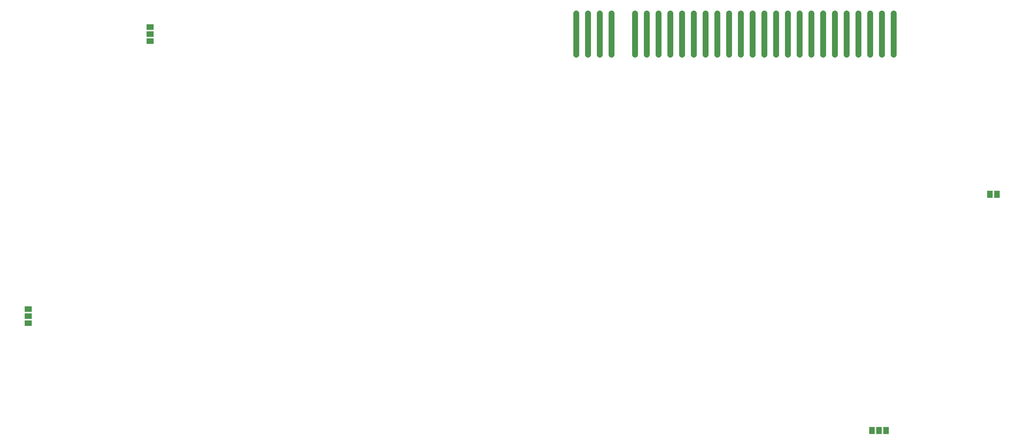
<source format=gtp>
G75*
%MOIN*%
%OFA0B0*%
%FSLAX25Y25*%
%IPPOS*%
%LPD*%
%AMOC8*
5,1,8,0,0,1.08239X$1,22.5*
%
%ADD10C,0.04500*%
%ADD11R,0.04600X0.06300*%
%ADD12R,0.06300X0.04600*%
D10*
X0485350Y0487350D02*
X0485350Y0522850D01*
X0485350Y0487350D02*
X0484850Y0487350D01*
X0484850Y0522850D01*
X0485350Y0522850D01*
X0485350Y0491849D02*
X0484850Y0491849D01*
X0484850Y0496348D02*
X0485350Y0496348D01*
X0485350Y0500847D02*
X0484850Y0500847D01*
X0484850Y0505346D02*
X0485350Y0505346D01*
X0485350Y0509845D02*
X0484850Y0509845D01*
X0484850Y0514344D02*
X0485350Y0514344D01*
X0485350Y0518843D02*
X0484850Y0518843D01*
X0495350Y0522850D02*
X0495350Y0487350D01*
X0494850Y0487350D01*
X0494850Y0522850D01*
X0495350Y0522850D01*
X0495350Y0491849D02*
X0494850Y0491849D01*
X0494850Y0496348D02*
X0495350Y0496348D01*
X0495350Y0500847D02*
X0494850Y0500847D01*
X0494850Y0505346D02*
X0495350Y0505346D01*
X0495350Y0509845D02*
X0494850Y0509845D01*
X0494850Y0514344D02*
X0495350Y0514344D01*
X0495350Y0518843D02*
X0494850Y0518843D01*
X0505350Y0522850D02*
X0505350Y0487350D01*
X0504850Y0487350D01*
X0504850Y0522850D01*
X0505350Y0522850D01*
X0505350Y0491849D02*
X0504850Y0491849D01*
X0504850Y0496348D02*
X0505350Y0496348D01*
X0505350Y0500847D02*
X0504850Y0500847D01*
X0504850Y0505346D02*
X0505350Y0505346D01*
X0505350Y0509845D02*
X0504850Y0509845D01*
X0504850Y0514344D02*
X0505350Y0514344D01*
X0505350Y0518843D02*
X0504850Y0518843D01*
X0515350Y0522850D02*
X0515350Y0487350D01*
X0514850Y0487350D01*
X0514850Y0522850D01*
X0515350Y0522850D01*
X0515350Y0491849D02*
X0514850Y0491849D01*
X0514850Y0496348D02*
X0515350Y0496348D01*
X0515350Y0500847D02*
X0514850Y0500847D01*
X0514850Y0505346D02*
X0515350Y0505346D01*
X0515350Y0509845D02*
X0514850Y0509845D01*
X0514850Y0514344D02*
X0515350Y0514344D01*
X0515350Y0518843D02*
X0514850Y0518843D01*
X0535350Y0522850D02*
X0535350Y0487350D01*
X0534850Y0487350D01*
X0534850Y0522850D01*
X0535350Y0522850D01*
X0535350Y0491849D02*
X0534850Y0491849D01*
X0534850Y0496348D02*
X0535350Y0496348D01*
X0535350Y0500847D02*
X0534850Y0500847D01*
X0534850Y0505346D02*
X0535350Y0505346D01*
X0535350Y0509845D02*
X0534850Y0509845D01*
X0534850Y0514344D02*
X0535350Y0514344D01*
X0535350Y0518843D02*
X0534850Y0518843D01*
X0545350Y0522850D02*
X0545350Y0487350D01*
X0544850Y0487350D01*
X0544850Y0522850D01*
X0545350Y0522850D01*
X0545350Y0491849D02*
X0544850Y0491849D01*
X0544850Y0496348D02*
X0545350Y0496348D01*
X0545350Y0500847D02*
X0544850Y0500847D01*
X0544850Y0505346D02*
X0545350Y0505346D01*
X0545350Y0509845D02*
X0544850Y0509845D01*
X0544850Y0514344D02*
X0545350Y0514344D01*
X0545350Y0518843D02*
X0544850Y0518843D01*
X0555350Y0522850D02*
X0555350Y0487350D01*
X0554850Y0487350D01*
X0554850Y0522850D01*
X0555350Y0522850D01*
X0555350Y0491849D02*
X0554850Y0491849D01*
X0554850Y0496348D02*
X0555350Y0496348D01*
X0555350Y0500847D02*
X0554850Y0500847D01*
X0554850Y0505346D02*
X0555350Y0505346D01*
X0555350Y0509845D02*
X0554850Y0509845D01*
X0554850Y0514344D02*
X0555350Y0514344D01*
X0555350Y0518843D02*
X0554850Y0518843D01*
X0565350Y0522850D02*
X0565350Y0487350D01*
X0564850Y0487350D01*
X0564850Y0522850D01*
X0565350Y0522850D01*
X0565350Y0491849D02*
X0564850Y0491849D01*
X0564850Y0496348D02*
X0565350Y0496348D01*
X0565350Y0500847D02*
X0564850Y0500847D01*
X0564850Y0505346D02*
X0565350Y0505346D01*
X0565350Y0509845D02*
X0564850Y0509845D01*
X0564850Y0514344D02*
X0565350Y0514344D01*
X0565350Y0518843D02*
X0564850Y0518843D01*
X0575350Y0522850D02*
X0575350Y0487350D01*
X0574850Y0487350D01*
X0574850Y0522850D01*
X0575350Y0522850D01*
X0575350Y0491849D02*
X0574850Y0491849D01*
X0574850Y0496348D02*
X0575350Y0496348D01*
X0575350Y0500847D02*
X0574850Y0500847D01*
X0574850Y0505346D02*
X0575350Y0505346D01*
X0575350Y0509845D02*
X0574850Y0509845D01*
X0574850Y0514344D02*
X0575350Y0514344D01*
X0575350Y0518843D02*
X0574850Y0518843D01*
X0585350Y0522850D02*
X0585350Y0487350D01*
X0584850Y0487350D01*
X0584850Y0522850D01*
X0585350Y0522850D01*
X0585350Y0491849D02*
X0584850Y0491849D01*
X0584850Y0496348D02*
X0585350Y0496348D01*
X0585350Y0500847D02*
X0584850Y0500847D01*
X0584850Y0505346D02*
X0585350Y0505346D01*
X0585350Y0509845D02*
X0584850Y0509845D01*
X0584850Y0514344D02*
X0585350Y0514344D01*
X0585350Y0518843D02*
X0584850Y0518843D01*
X0595350Y0522850D02*
X0595350Y0487350D01*
X0594850Y0487350D01*
X0594850Y0522850D01*
X0595350Y0522850D01*
X0595350Y0491849D02*
X0594850Y0491849D01*
X0594850Y0496348D02*
X0595350Y0496348D01*
X0595350Y0500847D02*
X0594850Y0500847D01*
X0594850Y0505346D02*
X0595350Y0505346D01*
X0595350Y0509845D02*
X0594850Y0509845D01*
X0594850Y0514344D02*
X0595350Y0514344D01*
X0595350Y0518843D02*
X0594850Y0518843D01*
X0605350Y0522850D02*
X0605350Y0487350D01*
X0604850Y0487350D01*
X0604850Y0522850D01*
X0605350Y0522850D01*
X0605350Y0491849D02*
X0604850Y0491849D01*
X0604850Y0496348D02*
X0605350Y0496348D01*
X0605350Y0500847D02*
X0604850Y0500847D01*
X0604850Y0505346D02*
X0605350Y0505346D01*
X0605350Y0509845D02*
X0604850Y0509845D01*
X0604850Y0514344D02*
X0605350Y0514344D01*
X0605350Y0518843D02*
X0604850Y0518843D01*
X0615350Y0522850D02*
X0615350Y0487350D01*
X0614850Y0487350D01*
X0614850Y0522850D01*
X0615350Y0522850D01*
X0615350Y0491849D02*
X0614850Y0491849D01*
X0614850Y0496348D02*
X0615350Y0496348D01*
X0615350Y0500847D02*
X0614850Y0500847D01*
X0614850Y0505346D02*
X0615350Y0505346D01*
X0615350Y0509845D02*
X0614850Y0509845D01*
X0614850Y0514344D02*
X0615350Y0514344D01*
X0615350Y0518843D02*
X0614850Y0518843D01*
X0625350Y0522850D02*
X0625350Y0487350D01*
X0624850Y0487350D01*
X0624850Y0522850D01*
X0625350Y0522850D01*
X0625350Y0491849D02*
X0624850Y0491849D01*
X0624850Y0496348D02*
X0625350Y0496348D01*
X0625350Y0500847D02*
X0624850Y0500847D01*
X0624850Y0505346D02*
X0625350Y0505346D01*
X0625350Y0509845D02*
X0624850Y0509845D01*
X0624850Y0514344D02*
X0625350Y0514344D01*
X0625350Y0518843D02*
X0624850Y0518843D01*
X0635350Y0522850D02*
X0635350Y0487350D01*
X0634850Y0487350D01*
X0634850Y0522850D01*
X0635350Y0522850D01*
X0635350Y0491849D02*
X0634850Y0491849D01*
X0634850Y0496348D02*
X0635350Y0496348D01*
X0635350Y0500847D02*
X0634850Y0500847D01*
X0634850Y0505346D02*
X0635350Y0505346D01*
X0635350Y0509845D02*
X0634850Y0509845D01*
X0634850Y0514344D02*
X0635350Y0514344D01*
X0635350Y0518843D02*
X0634850Y0518843D01*
X0645350Y0522850D02*
X0645350Y0487350D01*
X0644850Y0487350D01*
X0644850Y0522850D01*
X0645350Y0522850D01*
X0645350Y0491849D02*
X0644850Y0491849D01*
X0644850Y0496348D02*
X0645350Y0496348D01*
X0645350Y0500847D02*
X0644850Y0500847D01*
X0644850Y0505346D02*
X0645350Y0505346D01*
X0645350Y0509845D02*
X0644850Y0509845D01*
X0644850Y0514344D02*
X0645350Y0514344D01*
X0645350Y0518843D02*
X0644850Y0518843D01*
X0655350Y0522850D02*
X0655350Y0487350D01*
X0654850Y0487350D01*
X0654850Y0522850D01*
X0655350Y0522850D01*
X0655350Y0491849D02*
X0654850Y0491849D01*
X0654850Y0496348D02*
X0655350Y0496348D01*
X0655350Y0500847D02*
X0654850Y0500847D01*
X0654850Y0505346D02*
X0655350Y0505346D01*
X0655350Y0509845D02*
X0654850Y0509845D01*
X0654850Y0514344D02*
X0655350Y0514344D01*
X0655350Y0518843D02*
X0654850Y0518843D01*
X0665350Y0522850D02*
X0665350Y0487350D01*
X0664850Y0487350D01*
X0664850Y0522850D01*
X0665350Y0522850D01*
X0665350Y0491849D02*
X0664850Y0491849D01*
X0664850Y0496348D02*
X0665350Y0496348D01*
X0665350Y0500847D02*
X0664850Y0500847D01*
X0664850Y0505346D02*
X0665350Y0505346D01*
X0665350Y0509845D02*
X0664850Y0509845D01*
X0664850Y0514344D02*
X0665350Y0514344D01*
X0665350Y0518843D02*
X0664850Y0518843D01*
X0675350Y0522850D02*
X0675350Y0487350D01*
X0674850Y0487350D01*
X0674850Y0522850D01*
X0675350Y0522850D01*
X0675350Y0491849D02*
X0674850Y0491849D01*
X0674850Y0496348D02*
X0675350Y0496348D01*
X0675350Y0500847D02*
X0674850Y0500847D01*
X0674850Y0505346D02*
X0675350Y0505346D01*
X0675350Y0509845D02*
X0674850Y0509845D01*
X0674850Y0514344D02*
X0675350Y0514344D01*
X0675350Y0518843D02*
X0674850Y0518843D01*
X0685350Y0522850D02*
X0685350Y0487350D01*
X0684850Y0487350D01*
X0684850Y0522850D01*
X0685350Y0522850D01*
X0685350Y0491849D02*
X0684850Y0491849D01*
X0684850Y0496348D02*
X0685350Y0496348D01*
X0685350Y0500847D02*
X0684850Y0500847D01*
X0684850Y0505346D02*
X0685350Y0505346D01*
X0685350Y0509845D02*
X0684850Y0509845D01*
X0684850Y0514344D02*
X0685350Y0514344D01*
X0685350Y0518843D02*
X0684850Y0518843D01*
X0695350Y0522850D02*
X0695350Y0487350D01*
X0694850Y0487350D01*
X0694850Y0522850D01*
X0695350Y0522850D01*
X0695350Y0491849D02*
X0694850Y0491849D01*
X0694850Y0496348D02*
X0695350Y0496348D01*
X0695350Y0500847D02*
X0694850Y0500847D01*
X0694850Y0505346D02*
X0695350Y0505346D01*
X0695350Y0509845D02*
X0694850Y0509845D01*
X0694850Y0514344D02*
X0695350Y0514344D01*
X0695350Y0518843D02*
X0694850Y0518843D01*
X0705350Y0522850D02*
X0705350Y0487350D01*
X0704850Y0487350D01*
X0704850Y0522850D01*
X0705350Y0522850D01*
X0705350Y0491849D02*
X0704850Y0491849D01*
X0704850Y0496348D02*
X0705350Y0496348D01*
X0705350Y0500847D02*
X0704850Y0500847D01*
X0704850Y0505346D02*
X0705350Y0505346D01*
X0705350Y0509845D02*
X0704850Y0509845D01*
X0704850Y0514344D02*
X0705350Y0514344D01*
X0705350Y0518843D02*
X0704850Y0518843D01*
X0715350Y0522850D02*
X0715350Y0487350D01*
X0714850Y0487350D01*
X0714850Y0522850D01*
X0715350Y0522850D01*
X0715350Y0491849D02*
X0714850Y0491849D01*
X0714850Y0496348D02*
X0715350Y0496348D01*
X0715350Y0500847D02*
X0714850Y0500847D01*
X0714850Y0505346D02*
X0715350Y0505346D01*
X0715350Y0509845D02*
X0714850Y0509845D01*
X0714850Y0514344D02*
X0715350Y0514344D01*
X0715350Y0518843D02*
X0714850Y0518843D01*
X0725350Y0522850D02*
X0725350Y0487350D01*
X0724850Y0487350D01*
X0724850Y0522850D01*
X0725350Y0522850D01*
X0725350Y0491849D02*
X0724850Y0491849D01*
X0724850Y0496348D02*
X0725350Y0496348D01*
X0725350Y0500847D02*
X0724850Y0500847D01*
X0724850Y0505346D02*
X0725350Y0505346D01*
X0725350Y0509845D02*
X0724850Y0509845D01*
X0724850Y0514344D02*
X0725350Y0514344D01*
X0725350Y0518843D02*
X0724850Y0518843D01*
X0735350Y0522850D02*
X0735350Y0487350D01*
X0734850Y0487350D01*
X0734850Y0522850D01*
X0735350Y0522850D01*
X0735350Y0491849D02*
X0734850Y0491849D01*
X0734850Y0496348D02*
X0735350Y0496348D01*
X0735350Y0500847D02*
X0734850Y0500847D01*
X0734850Y0505346D02*
X0735350Y0505346D01*
X0735350Y0509845D02*
X0734850Y0509845D01*
X0734850Y0514344D02*
X0735350Y0514344D01*
X0735350Y0518843D02*
X0734850Y0518843D01*
X0745350Y0522850D02*
X0745350Y0487350D01*
X0744850Y0487350D01*
X0744850Y0522850D01*
X0745350Y0522850D01*
X0745350Y0491849D02*
X0744850Y0491849D01*
X0744850Y0496348D02*
X0745350Y0496348D01*
X0745350Y0500847D02*
X0744850Y0500847D01*
X0744850Y0505346D02*
X0745350Y0505346D01*
X0745350Y0509845D02*
X0744850Y0509845D01*
X0744850Y0514344D02*
X0745350Y0514344D01*
X0745350Y0518843D02*
X0744850Y0518843D01*
X0755350Y0522850D02*
X0755350Y0487350D01*
X0754850Y0487350D01*
X0754850Y0522850D01*
X0755350Y0522850D01*
X0755350Y0491849D02*
X0754850Y0491849D01*
X0754850Y0496348D02*
X0755350Y0496348D01*
X0755350Y0500847D02*
X0754850Y0500847D01*
X0754850Y0505346D02*
X0755350Y0505346D01*
X0755350Y0509845D02*
X0754850Y0509845D01*
X0754850Y0514344D02*
X0755350Y0514344D01*
X0755350Y0518843D02*
X0754850Y0518843D01*
D11*
X0837100Y0368850D03*
X0843100Y0368850D03*
X0748600Y0167600D03*
X0742600Y0167600D03*
X0736600Y0167600D03*
D12*
X0018850Y0259100D03*
X0018850Y0265100D03*
X0018850Y0271100D03*
X0122600Y0499100D03*
X0122600Y0505100D03*
X0122600Y0511100D03*
M02*

</source>
